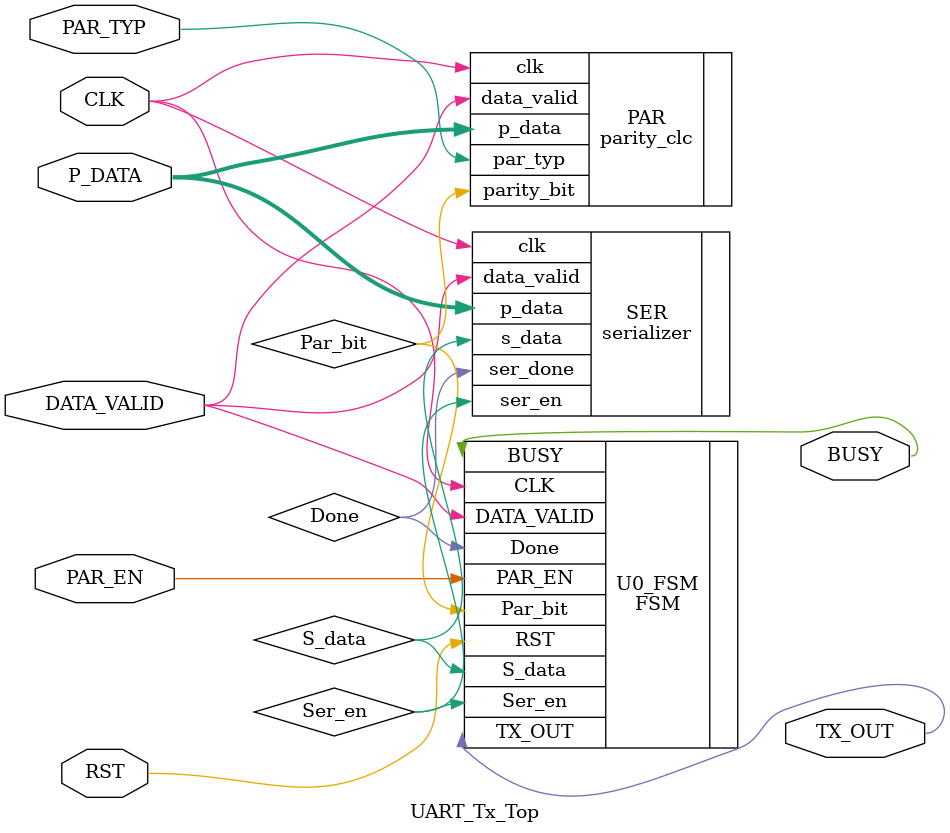
<source format=v>
module UART_Tx_Top (
input wire         CLK,
input wire         RST,
input wire         PAR_EN,
input wire         PAR_TYP,
input wire         DATA_VALID,
input wire [7:0]   P_DATA,
output wire         TX_OUT,
output wire        BUSY
);

//internal signals
wire                Done;
wire                S_data;
wire                Par_bit;
wire                Ser_en;

//////////////////////////////// instantiation ////////////////////////////////////////
serializer SER (
.clk(CLK),
.ser_en(Ser_en),
.data_valid(DATA_VALID),
.p_data(P_DATA),
.s_data(S_data),
.ser_done(Done)
);

parity_clc PAR (
.clk(CLK),
.par_typ(PAR_TYP),
.p_data(P_DATA),
.parity_bit(Par_bit),
.data_valid(DATA_VALID)
);

FSM U0_FSM(
.CLK(CLK),
.RST(RST),
.PAR_EN(PAR_EN),
.DATA_VALID(DATA_VALID),
.Done(Done),
.S_data(S_data),
.Par_bit(Par_bit),

.Ser_en(Ser_en),
.TX_OUT(TX_OUT),
.BUSY(BUSY)
);
endmodule
</source>
